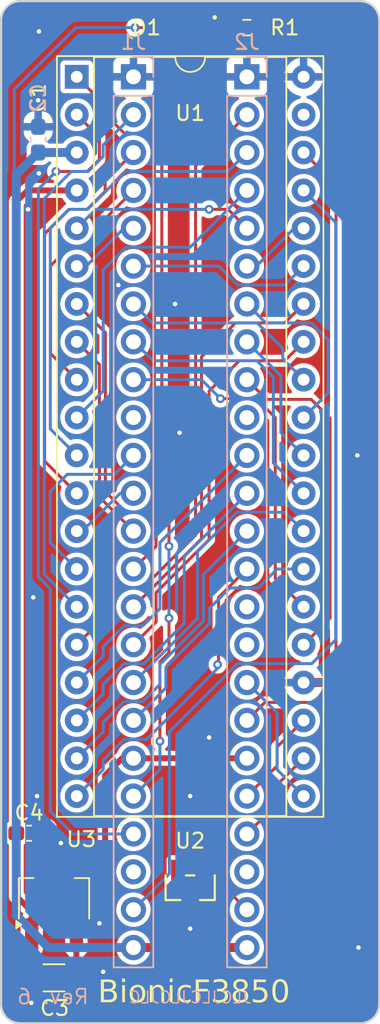
<source format=kicad_pcb>
(kicad_pcb (version 20240108) (generator "pcbnew") (generator_version "8.0")
  (title_block (title "BionicF3850 LDO") (date "2024-12-11") (rev "6") (company "Tadashi G. Takaoka"))
  (layers (0 "F.Cu" signal) (31 "B.Cu" signal) (34 "B.Paste" user) (35 "F.Paste" user) (36 "B.SilkS" user "B.Silkscreen") (37 "F.SilkS" user "F.Silkscreen") (38 "B.Mask" user) (39 "F.Mask" user) (44 "Edge.Cuts" user))
  (net 0 "")
  (net 1 "VCC")
  (net 2 "GND")
  (net 3 "/P53")
  (net 4 "/P26")
  (net 5 "Net-(U1-VGG)")
  (net 6 "/P27")
  (net 7 "/P46")
  (net 9 "+15V")
  (net 10 "/P24")
  (net 11 "/P23")
  (net 12 "/P22")
  (net 13 "/P21")
  (net 14 "/P20")
  (net 15 "/P34")
  (net 17 "/P35")
  (net 18 "/P17")
  (net 19 "/P36")
  (net 20 "/P16")
  (net 21 "/P47")
  (net 22 "/P15")
  (net 23 "/P40")
  (net 24 "/P14")
  (net 25 "/P41")
  (net 26 "/P13")
  (net 27 "/P42")
  (net 28 "/P12")
  (net 29 "/P11")
  (net 30 "/P10")
  (net 31 "/P33")
  (net 32 "/P32")
  (net 33 "/P31")
  (net 34 "/P30")
  (net 35 "/P55")
  (net 36 "/P37")
  (net 37 "/P25")
  (net 38 "/P54")
  (net 39 "/P50")
  (net 40 "/P43")
  (net 42 "/P51")
  (net 43 "Net-(J2-P57)")
  (net 48 "Net-(D1-K)")
  (footprint "Capacitor_SMD:C_1206_3216Metric_Pad1.33x1.80mm_HandSolder" (layer "F.Cu") (at 104.556 135.532 180)
    (property "Reference" "C3" (at -0.0385 -2.032 0) (layer "F.SilkS"))
    (property "Value" "0.33u")
    (fp_line (start -0.711252 0.91) (end 0.711252 0.91) (stroke (width 0.12)) (layer "F.SilkS"))
    (fp_line (start -0.711252 -0.91) (end 0.711252 -0.91) (stroke (width 0.12)) (layer "F.SilkS"))
    (pad "1" smd roundrect (at -1.5625 0 180) (size 1.325 1.8) (layers "F.Cu" "F.Paste" "F.Mask") (roundrect_rratio 0.1886792453) (net 9 "+15V"))
    (pad "2" smd roundrect (at 1.5625 0 180) (size 1.325 1.8) (layers "F.Cu" "F.Paste" "F.Mask") (roundrect_rratio 0.1886792453) (net 2 "GND"))
  )
  (footprint "Capacitor_SMD:C_0603_1608Metric_Pad1.08x0.95mm_HandSolder" (layer "F.Cu") (at 102.8796 125.8292)
    (property "Reference" "C4" (at 0 -1.3716 0) (layer "F.SilkS"))
    (property "Value" "0.1u")
    (fp_line (start -0.146267 -0.51) (end 0.146267 -0.51) (stroke (width 0.12)) (layer "F.SilkS"))
    (fp_line (start -0.146267 0.51) (end 0.146267 0.51) (stroke (width 0.12)) (layer "F.SilkS"))
    (pad "1" smd roundrect (at -0.8625 0) (size 1.075 0.95) (layers "F.Cu" "F.Paste" "F.Mask") (net 5 "Net-(U1-VGG)"))
    (pad "2" smd roundrect (at 0.8625 0) (size 1.075 0.95) (layers "F.Cu" "F.Paste" "F.Mask") (net 2 "GND"))
  )
  (footprint "Capacitor_SMD:C_0603_1608Metric_Pad1.08x0.95mm_HandSolder" (layer "F.Cu") (at 103.4892 79.2964 90)
    (property "Reference" "C1" (at 2.794 0 90) (layer "F.SilkS"))
    (property "Value" "0.1u")
    (fp_line (start -0.146267 -0.51) (end 0.146267 -0.51) (stroke (width 0.12)) (layer "F.SilkS"))
    (fp_line (start -0.146267 0.51) (end 0.146267 0.51) (stroke (width 0.12)) (layer "F.SilkS"))
    (pad "1" smd roundrect (at -0.8625 0 90) (size 1.075 0.95) (layers "F.Cu" "F.Paste" "F.Mask") (net 1 "VCC"))
    (pad "2" smd roundrect (at 0.8625 0 90) (size 1.075 0.95) (layers "F.Cu" "F.Paste" "F.Mask") (net 2 "GND"))
  )
  (footprint "rhom:LED_CSL1901UW1_ROM-M" (layer "F.Cu") (at 113.7 71.778 180)
    (property "Reference" "D1" (at 2.9464 0 0) (layer "F.SilkS"))
    (property "Value" "CSL1901UW1")
    (fp_circle (center -1.651 0.6858) (end -1.5748 0.6858) (stroke (width 0.1524)) (fill none) (layer "F.SilkS"))
    (pad "1" smd rect (at -0.8763 0 180) (size 0.9652 0.762) (layers "F.Cu" "F.Paste" "F.Mask") (net 48 "Net-(D1-K)"))
    (pad "2" smd rect (at 0.8763 0 180) (size 0.9652 0.762) (layers "F.Cu" "F.Paste" "F.Mask") (net 1 "VCC"))
    (zone (net 0) (net_name "") (layer "F.Cu") (connect_pads (clearance 0)) (min_thickness 0.254)
      (keepout (tracks not_allowed) (vias not_allowed) (pads allowed) (copperpour not_allowed) (footprints allowed))
      (fill (thermal_gap 0.508) (thermal_bridge_width 0.508))
      (polygon (pts (xy 114.0429 72.1336) (xy 113.3571 72.1336) (xy 113.3571 71.4224) (xy 114.0429 71.4224)))
    )
  )
  (footprint "Resistor_SMD:R_0603_1608Metric_Pad0.98x0.95mm_HandSolder" (layer "F.Cu") (at 117.51 71.778)
    (property "Reference" "R1" (at 2.54 0 0) (layer "F.SilkS"))
    (property "Value" "1.6k")
    (fp_line (start -0.254724 -0.5225) (end 0.254724 -0.5225) (stroke (width 0.12)) (layer "F.SilkS"))
    (fp_line (start -0.254724 0.5225) (end 0.254724 0.5225) (stroke (width 0.12)) (layer "F.SilkS"))
    (pad "1" smd roundrect (at -0.9125 0) (size 0.975 0.95) (layers "F.Cu" "F.Paste" "F.Mask") (net 48 "Net-(D1-K)"))
    (pad "2" smd roundrect (at 0.9125 0) (size 0.975 0.95) (layers "F.Cu" "F.Paste" "F.Mask") (net 2 "GND"))
  )
  (footprint "bionic:DIP-40_W15.24mm_Socket" (layer "F.Cu") (at 106.08 75.08)
    (property "Reference" "U1" (at 7.62 2.4384 0) (layer "F.SilkS"))
    (property "Value" "F3850")
    (fp_line (start -1.33 -1.39) (end -1.33 49.65) (stroke (width 0.12)) (layer "F.SilkS"))
    (fp_line (start -1.33 49.65) (end 16.57 49.65) (stroke (width 0.12)) (layer "F.SilkS"))
    (fp_line (start 1.16 -1.33) (end 1.16 49.59) (stroke (width 0.12)) (layer "F.SilkS"))
    (fp_line (start 1.16 49.59) (end 14.08 49.59) (stroke (width 0.12)) (layer "F.SilkS"))
    (fp_line (start 6.62 -1.33) (end 1.16 -1.33) (stroke (width 0.12)) (layer "F.SilkS"))
    (fp_line (start 14.08 -1.33) (end 8.62 -1.33) (stroke (width 0.12)) (layer "F.SilkS"))
    (fp_line (start 14.08 49.59) (end 14.08 -1.33) (stroke (width 0.12)) (layer "F.SilkS"))
    (fp_line (start 16.57 -1.39) (end -1.33 -1.39) (stroke (width 0.12)) (layer "F.SilkS"))
    (fp_line (start 16.57 49.65) (end 16.57 -1.39) (stroke (width 0.12)) (layer "F.SilkS"))
    (fp_arc (start 8.62 -1.33) (mid 7.62 -0.33) (end 6.62 -1.33) (stroke (width 0.12)) (layer "F.SilkS"))
    (pad "1" thru_hole rect (at 0 0) (size 1.6 1.6) (drill 0.8) (layers "*.Cu" "*.Mask") (net 39 "/P50"))
    (pad "2" thru_hole oval (at 0 2.54) (size 1.6 1.6) (drill 0.8) (layers "*.Cu" "*.Mask") (net 42 "/P51"))
    (pad "3" thru_hole oval (at 0 5.08) (size 1.6 1.6) (drill 0.8) (layers "*.Cu" "*.Mask") (net 1 "VCC"))
    (pad "4" thru_hole oval (at 0 7.62) (size 1.6 1.6) (drill 0.8) (layers "*.Cu" "*.Mask") (net 5 "Net-(U1-VGG)"))
    (pad "5" thru_hole oval (at 0 10.16) (size 1.6 1.6) (drill 0.8) (layers "*.Cu" "*.Mask") (net 11 "/P23"))
    (pad "6" thru_hole oval (at 0 12.7) (size 1.6 1.6) (drill 0.8) (layers "*.Cu" "*.Mask") (net 26 "/P13"))
    (pad "7" thru_hole oval (at 0 15.24) (size 1.6 1.6) (drill 0.8) (layers "*.Cu" "*.Mask") (net 31 "/P33"))
    (pad "8" thru_hole oval (at 0 17.78) (size 1.6 1.6) (drill 0.8) (layers "*.Cu" "*.Mask") (net 32 "/P32"))
    (pad "9" thru_hole oval (at 0 20.32) (size 1.6 1.6) (drill 0.8) (layers "*.Cu" "*.Mask") (net 28 "/P12"))
    (pad "10" thru_hole oval (at 0 22.86) (size 1.6 1.6) (drill 0.8) (layers "*.Cu" "*.Mask") (net 12 "/P22"))
    (pad "11" thru_hole oval (at 0 25.4) (size 1.6 1.6) (drill 0.8) (layers "*.Cu" "*.Mask") (net 13 "/P21"))
    (pad "12" thru_hole oval (at 0 27.94) (size 1.6 1.6) (drill 0.8) (layers "*.Cu" "*.Mask") (net 29 "/P11"))
    (pad "13" thru_hole oval (at 0 30.48) (size 1.6 1.6) (drill 0.8) (layers "*.Cu" "*.Mask") (net 33 "/P31"))
    (pad "14" thru_hole oval (at 0 33.02) (size 1.6 1.6) (drill 0.8) (layers "*.Cu" "*.Mask") (net 34 "/P30"))
    (pad "15" thru_hole oval (at 0 35.56) (size 1.6 1.6) (drill 0.8) (layers "*.Cu" "*.Mask") (net 30 "/P10"))
    (pad "16" thru_hole oval (at 0 38.1) (size 1.6 1.6) (drill 0.8) (layers "*.Cu" "*.Mask") (net 14 "/P20"))
    (pad "17" thru_hole oval (at 0 40.64) (size 1.6 1.6) (drill 0.8) (layers "*.Cu" "*.Mask") (net 23 "/P40"))
    (pad "18" thru_hole oval (at 0 43.18) (size 1.6 1.6) (drill 0.8) (layers "*.Cu" "*.Mask") (net 25 "/P41"))
    (pad "19" thru_hole oval (at 0 45.72) (size 1.6 1.6) (drill 0.8) (layers "*.Cu" "*.Mask") (net 27 "/P42"))
    (pad "20" thru_hole oval (at 0 48.26) (size 1.6 1.6) (drill 0.8) (layers "*.Cu" "*.Mask") (net 40 "/P43"))
    (pad "21" thru_hole oval (at 15.24 48.26) (size 1.6 1.6) (drill 0.8) (layers "*.Cu" "*.Mask") (net 7 "/P46"))
    (pad "22" thru_hole oval (at 15.24 45.72) (size 1.6 1.6) (drill 0.8) (layers "*.Cu" "*.Mask") (net 35 "/P55"))
    (pad "23" thru_hole oval (at 15.24 43.18) (size 1.6 1.6) (drill 0.8) (layers "*.Cu" "*.Mask") (net 38 "/P54"))
    (pad "24" thru_hole oval (at 15.24 40.64) (size 1.6 1.6) (drill 0.8) (layers "*.Cu" "*.Mask") (net 2 "GND"))
    (pad "25" thru_hole oval (at 15.24 38.1) (size 1.6 1.6) (drill 0.8) (layers "*.Cu" "*.Mask") (net 6 "/P27"))
    (pad "26" thru_hole oval (at 15.24 35.56) (size 1.6 1.6) (drill 0.8) (layers "*.Cu" "*.Mask") (net 18 "/P17"))
    (pad "27" thru_hole oval (at 15.24 33.02) (size 1.6 1.6) (drill 0.8) (layers "*.Cu" "*.Mask") (net 36 "/P37"))
    (pad "28" thru_hole oval (at 15.24 30.48) (size 1.6 1.6) (drill 0.8) (layers "*.Cu" "*.Mask") (net 19 "/P36"))
    (pad "29" thru_hole oval (at 15.24 27.94) (size 1.6 1.6) (drill 0.8) (layers "*.Cu" "*.Mask") (net 20 "/P16"))
    (pad "30" thru_hole oval (at 15.24 25.4) (size 1.6 1.6) (drill 0.8) (layers "*.Cu" "*.Mask") (net 4 "/P26"))
    (pad "31" thru_hole oval (at 15.24 22.86) (size 1.6 1.6) (drill 0.8) (layers "*.Cu" "*.Mask") (net 37 "/P25"))
    (pad "32" thru_hole oval (at 15.24 20.32) (size 1.6 1.6) (drill 0.8) (layers "*.Cu" "*.Mask") (net 22 "/P15"))
    (pad "33" thru_hole oval (at 15.24 17.78) (size 1.6 1.6) (drill 0.8) (layers "*.Cu" "*.Mask") (net 17 "/P35"))
    (pad "34" thru_hole oval (at 15.24 15.24) (size 1.6 1.6) (drill 0.8) (layers "*.Cu" "*.Mask") (net 15 "/P34"))
    (pad "35" thru_hole oval (at 15.24 12.7) (size 1.6 1.6) (drill 0.8) (layers "*.Cu" "*.Mask") (net 24 "/P14"))
    (pad "36" thru_hole oval (at 15.24 10.16) (size 1.6 1.6) (drill 0.8) (layers "*.Cu" "*.Mask") (net 10 "/P24"))
    (pad "37" thru_hole oval (at 15.24 7.62) (size 1.6 1.6) (drill 0.8) (layers "*.Cu" "*.Mask") (net 3 "/P53"))
    (pad "38" thru_hole oval (at 15.24 5.08) (size 1.6 1.6) (drill 0.8) (layers "*.Cu" "*.Mask") (net 21 "/P47"))
    (pad "39" thru_hole oval (at 15.24 2.54) (size 1.6 1.6) (drill 0.8) (layers "*.Cu" "*.Mask"))
    (pad "40" thru_hole oval (at 15.24 0) (size 1.6 1.6) (drill 0.8) (layers "*.Cu" "*.Mask") (net 2 "GND"))
  )
  (footprint "microchip:SOT-23_MC_MCH-M" (layer "F.Cu") (at 113.7 129.486 180)
    (property "Reference" "U2" (at 0 3.1488 0) (layer "F.SilkS"))
    (property "Value" "11AA010-I/TT")
    (fp_line (start 1.652 0.827) (end 1.652 -0.827) (stroke (width 0.1524)) (layer "F.SilkS"))
    (fp_line (start 1.652 -0.827) (end 0.66294 -0.827) (stroke (width 0.1524)) (layer "F.SilkS"))
    (fp_line (start -0.287061 0.827) (end 0.287061 0.827) (stroke (width 0.1524)) (layer "F.SilkS"))
    (fp_line (start -0.66294 -0.827) (end -1.652 -0.827) (stroke (width 0.1524)) (layer "F.SilkS"))
    (fp_line (start -1.652 -0.827) (end -1.652 0.827) (stroke (width 0.1524)) (layer "F.SilkS"))
    (pad "1" smd rect (at -0.950001 1.066 180) (size 0.6604 1.6256) (layers "F.Cu" "F.Paste" "F.Mask") (net 43 "Net-(J2-P57)"))
    (pad "2" smd rect (at 0.950001 1.066 180) (size 0.6604 1.6256) (layers "F.Cu" "F.Paste" "F.Mask") (net 1 "VCC"))
    (pad "3" smd rect (at 0 -1.066 180) (size 0.6604 1.6256) (layers "F.Cu" "F.Paste" "F.Mask") (net 2 "GND"))
  )
  (footprint "Package_TO_SOT_SMD:SOT-89-3_Handsoldering" (layer "F.Cu") (at 104.556 130.198 90)
    (property "Reference" "U3" (at 3.9624 1.8288 180) (layer "F.SilkS"))
    (property "Value" "LM78L12")
    (fp_line (start -1.22 -2.36) (end 1.36 -2.36) (stroke (width 0.12)) (layer "F.SilkS"))
    (fp_line (start -1.36 -2.36) (end 1.36 -2.36) (stroke (width 0.12)) (layer "F.SilkS"))
    (fp_line (start 1.36 -1.38) (end 1.36 -2.36) (stroke (width 0.12)) (layer "F.SilkS"))
    (fp_line (start 1.36 1.38) (end 1.36 2.36) (stroke (width 0.12)) (layer "F.SilkS"))
    (fp_line (start 1.36 2.36) (end -1.36 2.36) (stroke (width 0.12)) (layer "F.SilkS"))
    (fp_poly (pts (xy -1.77 -2.21) (xy -2.01 -2.54) (xy -1.53 -2.54) (xy -1.77 -2.21)) (stroke (width 0.12)) (fill solid) (layer "F.SilkS"))
    (pad "1" smd roundrect (at -2.45 -1.5 90) (size 2.3 0.9) (layers "F.Cu" "F.Paste" "F.Mask") (net 5 "Net-(U1-VGG)"))
    (pad "2" smd custom (at -2.3625 0 90) (size 2.475 0.9) (layers "F.Cu" "F.Paste" "F.Mask") (net 2 "GND") (options (clearance outline) (anchor rect)) (primitives (gr_poly (pts (xy 5.3625 0.8665) (xy 1.2375 0.8665) (xy 1.2375 -0.8665) (xy 5.3625 -0.8665)) (width 0) (fill yes))))
    (pad "3" smd roundrect (at -2.45 1.5 90) (size 2.3 0.9) (layers "F.Cu" "F.Paste" "F.Mask") (net 9 "+15V"))
  )
  (footprint "Capacitor_SMD:C_0603_1608Metric_Pad1.08x0.95mm_HandSolder" (layer "B.Cu") (at 103.4892 79.2964 90)
    (property "Reference" "C2" (at 2.794 0 90) (layer "B.SilkS") (effects (justify mirror)))
    (property "Value" "22u")
    (fp_line (start 0.146267 -0.51) (end -0.146267 -0.51) (stroke (width 0.12)) (layer "B.SilkS"))
    (fp_line (start 0.146267 0.51) (end -0.146267 0.51) (stroke (width 0.12)) (layer "B.SilkS"))
    (pad "1" smd roundrect (at -0.8625 0 90) (size 1.075 0.95) (layers "B.Cu" "B.Paste" "B.Mask") (net 1 "VCC"))
    (pad "2" smd roundrect (at 0.8625 0 90) (size 1.075 0.95) (layers "B.Cu" "B.Paste" "B.Mask") (net 2 "GND"))
  )
  (footprint "connector:Bionic-P135_Vertical" (layer "B.Cu") (at 109.89 75.08 180)
    (property "Reference" "J1" (at 0 2.33 0) (layer "B.SilkS") (effects (justify mirror)))
    (property "Value" "Bionic-P135")
    (fp_line (start 1.33 -1.27) (end -1.33 -1.27) (stroke (width 0.12)) (layer "B.SilkS"))
    (fp_line (start 1.33 -59.75) (end 1.33 -1.27) (stroke (width 0.12)) (layer "B.SilkS"))
    (fp_line (start 1.33 -59.75) (end -1.33 -59.75) (stroke (width 0.12)) (layer "B.SilkS"))
    (fp_line (start 0 1.33) (end -1.33 1.33) (stroke (width 0.12)) (layer "B.SilkS"))
    (fp_line (start -1.33 1.33) (end -1.33 0) (stroke (width 0.12)) (layer "B.SilkS"))
    (fp_line (start -1.33 -59.75) (end -1.33 -1.27) (stroke (width 0.12)) (layer "B.SilkS"))
    (pad "1" thru_hole rect (at 0 0 180) (size 1.7 1.7) (drill 1) (layers "*.Cu" "*.Mask") (net 2 "GND"))
    (pad "2" thru_hole oval (at 0 -2.54 180) (size 1.7 1.7) (drill 1) (layers "*.Cu" "*.Mask") (net 30 "/P10"))
    (pad "3" thru_hole oval (at 0 -5.08 180) (size 1.7 1.7) (drill 1) (layers "*.Cu" "*.Mask") (net 29 "/P11"))
    (pad "4" thru_hole oval (at 0 -7.62 180) (size 1.7 1.7) (drill 1) (layers "*.Cu" "*.Mask") (net 28 "/P12"))
    (pad "5" thru_hole oval (at 0 -10.16 180) (size 1.7 1.7) (drill 1) (layers "*.Cu" "*.Mask") (net 26 "/P13"))
    (pad "6" thru_hole oval (at 0 -12.7 180) (size 1.7 1.7) (drill 1) (layers "*.Cu" "*.Mask") (net 24 "/P14"))
    (pad "7" thru_hole oval (at 0 -15.24 180) (size 1.7 1.7) (drill 1) (layers "*.Cu" "*.Mask") (net 22 "/P15"))
    (pad "8" thru_hole oval (at 0 -17.78 180) (size 1.7 1.7) (drill 1) (layers "*.Cu" "*.Mask") (net 20 "/P16"))
    (pad "9" thru_hole oval (at 0 -20.32 180) (size 1.7 1.7) (drill 1) (layers "*.Cu" "*.Mask") (net 18 "/P17"))
    (pad "10" thru_hole oval (at 0 -22.86 180) (size 1.7 1.7) (drill 1) (layers "*.Cu" "*.Mask"))
    (pad "11" thru_hole oval (at 0 -25.4 180) (size 1.7 1.7) (drill 1) (layers "*.Cu" "*.Mask") (net 34 "/P30"))
    (pad "12" thru_hole oval (at 0 -27.94 180) (size 1.7 1.7) (drill 1) (layers "*.Cu" "*.Mask") (net 33 "/P31"))
    (pad "13" thru_hole oval (at 0 -30.48 180) (size 1.7 1.7) (drill 1) (layers "*.Cu" "*.Mask") (net 32 "/P32"))
    (pad "14" thru_hole oval (at 0 -33.02 180) (size 1.7 1.7) (drill 1) (layers "*.Cu" "*.Mask") (net 31 "/P33"))
    (pad "15" thru_hole oval (at 0 -35.56 180) (size 1.7 1.7) (drill 1) (layers "*.Cu" "*.Mask") (net 15 "/P34"))
    (pad "16" thru_hole oval (at 0 -38.1 180) (size 1.7 1.7) (drill 1) (layers "*.Cu" "*.Mask") (net 17 "/P35"))
    (pad "17" thru_hole oval (at 0 -40.64 180) (size 1.7 1.7) (drill 1) (layers "*.Cu" "*.Mask") (net 19 "/P36"))
    (pad "18" thru_hole oval (at 0 -43.18 180) (size 1.7 1.7) (drill 1) (layers "*.Cu" "*.Mask") (net 36 "/P37"))
    (pad "19" thru_hole oval (at 0 -45.72 180) (size 1.7 1.7) (drill 1) (layers "*.Cu" "*.Mask") (net 9 "+15V"))
    (pad "20" thru_hole oval (at 0 -48.26 180) (size 1.7 1.7) (drill 1) (layers "*.Cu" "*.Mask") (net 39 "/P50"))
    (pad "21" thru_hole oval (at 0 -50.8 180) (size 1.7 1.7) (drill 1) (layers "*.Cu" "*.Mask") (net 42 "/P51"))
    (pad "22" thru_hole oval (at 0 -53.34 180) (size 1.7 1.7) (drill 1) (layers "*.Cu" "*.Mask"))
    (pad "23" thru_hole oval (at 0 -55.88 180) (size 1.7 1.7) (drill 1) (layers "*.Cu" "*.Mask") (net 3 "/P53"))
    (pad "24" thru_hole oval (at 0 -58.42 180) (size 1.7 1.7) (drill 1) (layers "*.Cu" "*.Mask") (net 1 "VCC"))
  )
  (footprint "connector:Bionic-P245_Vertical" (layer "B.Cu") (at 117.51 75.08 180)
    (property "Reference" "J2" (at 0 2.33 0) (layer "B.SilkS") (effects (justify mirror)))
    (property "Value" "Bionic-P245")
    (fp_line (start 1.33 -1.27) (end -1.33 -1.27) (stroke (width 0.12)) (layer "B.SilkS"))
    (fp_line (start 1.33 -59.75) (end 1.33 -1.27) (stroke (width 0.12)) (layer "B.SilkS"))
    (fp_line (start 1.33 -59.75) (end -1.33 -59.75) (stroke (width 0.12)) (layer "B.SilkS"))
    (fp_line (start 0 1.33) (end -1.33 1.33) (stroke (width 0.12)) (layer "B.SilkS"))
    (fp_line (start -1.33 1.33) (end -1.33 0) (stroke (width 0.12)) (layer "B.SilkS"))
    (fp_line (start -1.33 -59.75) (end -1.33 -1.27) (stroke (width 0.12)) (layer "B.SilkS"))
    (pad "25" thru_hole oval (at 0 -58.42 180) (size 1.7 1.7) (drill 1) (layers "*.Cu" "*.Mask") (net 1 "VCC"))
    (pad "26" thru_hole oval (at 0 -55.88 180) (size 1.7 1.7) (drill 1) (layers "*.Cu" "*.Mask") (net 43 "Net-(J2-P57)"))
    (pad "27" thru_hole oval (at 0 -53.34 180) (size 1.7 1.7) (drill 1) (layers "*.Cu" "*.Mask"))
    (pad "28" thru_hole oval (at 0 -50.8 180) (size 1.7 1.7) (drill 1) (layers "*.Cu" "*.Mask") (net 35 "/P55"))
    (pad "29" thru_hole oval (at 0 -48.26 180) (size 1.7 1.7) (drill 1) (layers "*.Cu" "*.Mask") (net 38 "/P54"))
    (pad "30" thru_hole oval (at 0 -45.72 180) (size 1.7 1.7) (drill 1) (layers "*.Cu" "*.Mask") (net 9 "+15V"))
    (pad "31" thru_hole oval (at 0 -43.18 180) (size 1.7 1.7) (drill 1) (layers "*.Cu" "*.Mask") (net 21 "/P47"))
    (pad "32" thru_hole oval (at 0 -40.64 180) (size 1.7 1.7) (drill 1) (layers "*.Cu" "*.Mask") (net 7 "/P46"))
    (pad "33" thru_hole oval (at 0 -38.1 180) (size 1.7 1.7) (drill 1) (layers "*.Cu" "*.Mask"))
    (pad "34" thru_hole oval (at 0 -35.56 180) (size 1.7 1.7) (drill 1) (layers "*.Cu" "*.Mask"))
    (pad "35" thru_hole oval (at 0 -33.02 180) (size 1.7 1.7) (drill 1) (layers "*.Cu" "*.Mask") (net 40 "/P43"))
    (pad "36" thru_hole oval (at 0 -30.48 180) (size 1.7 1.7) (drill 1) (layers "*.Cu" "*.Mask") (net 27 "/P42"))
    (pad "37" thru_hole oval (at 0 -27.94 180) (size 1.7 1.7) (drill 1) (layers "*.Cu" "*.Mask") (net 25 "/P41"))
    (pad "38" thru_hole oval (at 0 -25.4 180) (size 1.7 1.7) (drill 1) (layers "*.Cu" "*.Mask") (net 23 "/P40"))
    (pad "39" thru_hole oval (at 0 -22.86 180) (size 1.7 1.7) (drill 1) (layers "*.Cu" "*.Mask"))
    (pad "40" thru_hole oval (at 0 -20.32 180) (size 1.7 1.7) (drill 1) (layers "*.Cu" "*.Mask") (net 6 "/P27"))
    (pad "41" thru_hole oval (at 0 -17.78 180) (size 1.7 1.7) (drill 1) (layers "*.Cu" "*.Mask") (net 4 "/P26"))
    (pad "42" thru_hole oval (at 0 -15.24 180) (size 1.7 1.7) (drill 1) (layers "*.Cu" "*.Mask") (net 37 "/P25"))
    (pad "43" thru_hole oval (at 0 -12.7 180) (size 1.7 1.7) (drill 1) (layers "*.Cu" "*.Mask") (net 10 "/P24"))
    (pad "44" thru_hole oval (at 0 -10.16 180) (size 1.7 1.7) (drill 1) (layers "*.Cu" "*.Mask") (net 11 "/P23"))
    (pad "45" thru_hole oval (at 0 -7.62 180) (size 1.7 1.7) (drill 1) (layers "*.Cu" "*.Mask") (net 12 "/P22"))
    (pad "46" thru_hole oval (at 0 -5.08 180) (size 1.7 1.7) (drill 1) (layers "*.Cu" "*.Mask") (net 13 "/P21"))
    (pad "47" thru_hole oval (at 0 -2.54 180) (size 1.7 1.7) (drill 1) (layers "*.Cu" "*.Mask") (net 14 "/P20"))
    (pad "48" thru_hole rect (at 0 0 180) (size 1.7 1.7) (drill 1) (layers "*.Cu" "*.Mask") (net 2 "GND"))
  )
  (gr_arc (start 126.4 137.31) (mid 126.028026 138.208026) (end 125.13 138.58) (stroke (width 0.15)) (layer "Edge.Cuts"))
  (gr_line (start 101 71.27) (end 101 137.31) (stroke (width 0.15)) (layer "Edge.Cuts"))
  (gr_arc (start 102.27 138.58) (mid 101.371974 138.208026) (end 101 137.31) (stroke (width 0.15)) (layer "Edge.Cuts"))
  (gr_arc (start 125.13 70) (mid 126.028026 70.371974) (end 126.4 71.27) (stroke (width 0.15)) (layer "Edge.Cuts"))
  (gr_line (start 102.27 138.58) (end 125.13 138.58) (stroke (width 0.15)) (layer "Edge.Cuts"))
  (gr_arc (start 101 71.27) (mid 101.371974 70.371974) (end 102.27 70) (stroke (width 0.15)) (layer "Edge.Cuts"))
  (gr_line (start 126.4 137.31) (end 126.4 71.27) (stroke (width 0.15)) (layer "Edge.Cuts"))
  (gr_line (start 125.13 70) (end 102.27 70) (stroke (width 0.15)) (layer "Edge.Cuts"))
  (gr_text "JLCJLCJLCJLC" (at 113.7 137.31 0) (layer "B.SilkS") (effects (font (size 0.8 0.8)) (justify bottom mirror)))
  (gr_text "Rev. 6\n" (at 106.969 136.802 0) (layer "B.SilkS") (effects (font (size 1 1)) (justify left mirror)))
  (gr_text "BionicF3850" (at 113.954 136.548 0) (layer "F.SilkS") (effects (font (size 1.5 1.5))))
  (segment (start 112.9253 71.778) (end 109.9916 71.778) (width 0.2) (layer "F.Cu") (net 1))
  (segment (start 117.51 133.5) (end 109.89 133.5) (width 0.6) (layer "F.Cu") (net 1))
  (segment (start 112.749999 133.484801) (end 112.7348 133.5) (width 0.2) (layer "F.Cu") (net 1))
  (segment (start 109.9916 71.778) (end 109.9408 71.778) (width 0.2) (layer "F.Cu") (net 1))
  (segment (start 103.4892 80.1589) (end 106.0789 80.1589) (width 0.6) (layer "F.Cu") (net 1))
  (segment (start 106.0789 80.1589) (end 106.08 80.16) (width 0.8) (layer "F.Cu") (net 1))
  (segment (start 112.749999 128.42) (end 112.749999 133.484801) (width 0.2) (layer "F.Cu") (net 1))
  (via (at 109.9916 71.778) (size 0.6) (drill 0.3) (layers "F.Cu" "B.Cu") (net 1))
  (segment (start 101.889 75.9182) (end 106.0292 71.778) (width 0.2) (layer "B.Cu") (net 1))
  (segment (start 103.6935 80.16) (end 103.54 80.0065) (width 0.2) (layer "B.Cu") (net 1))
  (segment (start 104.175 133.5) (end 109.89 133.5) (width 0.6) (layer "B.Cu") (net 1))
  (segment (start 102.016 81.6321) (end 102.016 131.341) (width 0.6) (layer "B.Cu") (net 1))
  (segment (start 103.4892 80.1589) (end 102.016 81.6321) (width 0.6) (layer "B.Cu") (net 1))
  (segment (start 103.4903 80.16) (end 103.4892 80.1589) (width 0.8) (layer "B.Cu") (net 1))
  (segment (start 106.0292 71.778) (end 109.9916 71.778) (width 0.2) (layer "B.Cu") (net 1))
  (segment (start 102.016 131.341) (end 104.175 133.5) (width 0.6) (layer "B.Cu") (net 1))
  (segment (start 101.889 81.5051) (end 101.889 75.9182) (width 0.2) (layer "B.Cu") (net 1))
  (segment (start 102.016 81.6321) (end 101.889 81.5051) (width 0.2) (layer "B.Cu") (net 1))
  (segment (start 106.08 80.16) (end 103.4903 80.16) (width 0.6) (layer "B.Cu") (net 1))
  (segment (start 121.32 115.72) (end 122.717 115.72) (width 0.6) (layer "F.Cu") (net 2))
  (via (at 103.413 123.34) (size 0.6) (drill 0.3) (layers "F.Cu" "B.Cu") (net 2))
  (via (at 108.874 89.05) (size 0.6) (drill 0.3) (layers "F.Cu" "B.Cu") (net 2))
  (via (at 107.604 131.8744) (size 0.6) (drill 0.3) (layers "F.Cu" "B.Cu") (net 2))
  (via (at 103.54 72.032) (size 0.6) (drill 0.3) (layers "F.Cu" "B.Cu") (net 2))
  (via (at 103.4892 76.6548) (size 0.6) (drill 0.3) (layers "F.Cu" "B.Cu") (net 2))
  (via (at 124.9268 100.48) (size 0.6) (drill 0.3) (layers "F.Cu" "B.Cu") (net 2))
  (via (at 125.003 133.5) (size 0.6) (drill 0.3) (layers "F.Cu" "B.Cu") (net 2))
  (via (at 102.816 83.97) (size 0.6) (drill 0.3) (layers "F.Cu" "B.Cu") (net 2))
  (via (at 113.7 123.34) (size 0.6) (drill 0.3) (layers "F.Cu" "B.Cu") (net 2))
  (via (at 107.858 135.1256) (size 0.6) (drill 0.3) (layers "F.Cu" "B.Cu") (net 2))
  (via (at 112.684 90.32) (size 0.6) (drill 0.3) (layers "F.Cu" "B.Cu") (net 2))
  (via (at 103.54 81.557) (size 0.6) (drill 0.3) (layers "F.Cu" "B.Cu") (net 2))
  (via (at 113.7 132.23) (size 0.6) (drill 0.3) (layers "F.Cu" "B.Cu") (net 2))
  (via (at 114.97 119.403) (size 0.6) (drill 0.3) (layers "F.Cu" "B.Cu") (net 2))
  (via (at 103.032 137.2084) (size 0.6) (drill 0.3) (layers "F.Cu" "B.Cu") (net 2))
  (via (at 105.0132 126.4896) (size 0.6) (drill 0.3) (layers "F.Cu" "B.Cu") (net 2))
  (via (at 112.9888 98.956) (size 0.6) (drill 0.3) (layers "F.Cu" "B.Cu") (net 2))
  (via (at 103.159 110.005) (size 0.6) (drill 0.3) (layers "F.Cu" "B.Cu") (net 2))
  (segment (start 123.479 112.84045) (end 123.479 84.859) (width 0.2) (layer "B.Cu") (net 3))
  (segment (start 112.303 119.022) (end 116.875 114.45) (width 0.2) (layer "B.Cu") (net 3))
  (segment (start 121.86945 114.45) (end 123.479 112.84045) (width 0.2) (layer "B.Cu") (net 3))
  (segment (start 109.89 130.96) (end 112.303 128.547) (width 0.2) (layer "B.Cu") (net 3))
  (segment (start 123.479 84.859) (end 121.32 82.7) (width 0.2) (layer "B.Cu") (net 3))
  (segment (start 112.303 128.547) (end 112.303 119.022) (width 0.2) (layer "B.Cu") (net 3))
  (segment (start 116.875 114.45) (end 121.86945 114.45) (width 0.2) (layer "B.Cu") (net 3))
  (segment (start 121.32 100.48) (end 119.796 98.956) (width 0.2) (layer "B.Cu") (net 4))
  (segment (start 119.796 95.146) (end 117.51 92.86) (width 0.2) (layer "B.Cu") (net 4))
  (segment (start 119.796 98.956) (end 119.796 95.146) (width 0.2) (layer "B.Cu") (net 4))
  (segment (start 103.056 131.0856) (end 102.016 130.0456) (width 0.4) (layer "F.Cu") (net 5))
  (segment (start 102.016 83.462) (end 102.778 82.7) (width 0.4) (layer "F.Cu") (net 5))
  (segment (start 102.778 82.7) (end 106.08 82.7) (width 0.4) (layer "F.Cu") (net 5))
  (segment (start 102.016 130.0456) (end 102.016 83.462) (width 0.4) (layer "F.Cu") (net 5))
  (segment (start 103.056 132.648) (end 103.056 131.0856) (width 0.4) (layer "F.Cu") (net 5))
  (segment (start 121.32 113.18) (end 123.098 111.402) (width 0.2) (layer "F.Cu") (net 6))
  (segment (start 123.098 97.9908) (end 121.828 96.7208) (width 0.2) (layer "F.Cu") (net 6))
  (segment (start 123.098 111.402) (end 123.098 97.9908) (width 0.2) (layer "F.Cu") (net 6))
  (segment (start 121.828 96.7208) (end 118.8308 96.7208) (width 0.2) (layer "F.Cu") (net 6))
  (segment (start 118.8308 96.7208) (end 117.51 95.4) (width 0.2) (layer "F.Cu") (net 6))
  (segment (start 119.542 117.752) (end 119.542 121.562) (width 0.2) (layer "B.Cu") (net 7))
  (segment (start 119.542 121.562) (end 121.32 123.34) (width 0.2) (layer "B.Cu") (net 7))
  (segment (start 117.51 115.72) (end 119.542 117.752) (width 0.2) (layer "B.Cu") (net 7))
  (segment (start 109.89 120.8) (end 109.128 120.8) (width 0.4) (layer "F.Cu") (net 9))
  (segment (start 117.51 120.8) (end 109.89 120.8) (width 0.4) (layer "F.Cu") (net 9))
  (segment (start 109.128 120.8) (end 107.985 121.943) (width 0.4) (layer "F.Cu") (net 9))
  (segment (start 106.056 131.0856) (end 106.056 135.4695) (width 0.4) (layer "F.Cu") (net 9))
  (segment (start 107.985 129.1566) (end 106.056 131.0856) (width 0.4) (layer "F.Cu") (net 9))
  (segment (start 107.985 121.943) (end 107.985 129.1566) (width 0.4) (layer "F.Cu") (net 9))
  (segment (start 117.51 87.78) (end 118.145 87.78) (width 0.2) (layer "B.Cu") (net 10))
  (segment (start 118.145 87.78) (end 120.685 85.24) (width 0.2) (layer "B.Cu") (net 10))
  (segment (start 120.685 85.24) (end 121.32 85.24) (width 0.2) (layer "B.Cu") (net 10))
  (segment (start 116.24 83.97) (end 117.51 85.24) (width 0.2) (layer "F.Cu") (net 11))
  (segment (start 114.97 83.97) (end 116.24 83.97) (width 0.2) (layer "F.Cu") (net 11))
  (via (at 114.97 83.97) (size 0.6) (drill 0.3) (layers "F.Cu" "B.Cu") (net 11))
  (segment (start 106.95 84.37) (end 106.08 85.24) (width 0.2) (layer "B.Cu") (net 11))
  (segment (start 107.374336 83.97) (end 106.974336 84.37) (width 0.2) (layer "B.Cu") (net 11))
  (segment (start 114.97 83.97) (end 107.374336 83.97) (width 0.2) (layer "B.Cu") (net 11))
  (segment (start 106.974336 84.37) (end 106.95 84.37) (width 0.2) (layer "B.Cu") (net 11))
  (segment (start 113.7 86.51) (end 109.382 86.51) (width 0.2) (layer "B.Cu") (net 12))
  (segment (start 109.382 86.51) (end 107.858 88.034) (width 0.2) (layer "B.Cu") (net 12))
  (segment (start 107.858 88.034) (end 107.858 96.162) (width 0.2) (layer "B.Cu") (net 12))
  (segment (start 117.51 82.7) (end 113.7 86.51) (width 0.2) (layer "B.Cu") (net 12))
  (segment (start 107.858 96.162) (end 106.08 97.94) (width 0.2) (layer "B.Cu") (net 12))
  (segment (start 107.225325 83.57) (end 107.20865 83.57) (width 0.2) (layer "B.Cu") (net 13))
  (segment (start 104.302 98.702) (end 106.08 100.48) (width 0.2) (layer "B.Cu") (net 13))
  (segment (start 109.365325 81.43) (end 107.225325 83.57) (width 0.2) (layer "B.Cu") (net 13))
  (segment (start 107.20865 83.57) (end 106.80865 83.97) (width 0.2) (layer "B.Cu") (net 13))
  (segment (start 116.24 81.43) (end 109.365325 81.43) (width 0.2) (layer "B.Cu") (net 13))
  (segment (start 106.80865 83.97) (end 105.5501 83.97) (width 0.2) (layer "B.Cu") (net 13))
  (segment (start 105.5501 83.97) (end 104.302 85.2181) (width 0.2) (layer "B.Cu") (net 13))
  (segment (start 117.51 80.16) (end 116.24 81.43) (width 0.2) (layer "B.Cu") (net 13))
  (segment (start 104.302 85.2181) (end 104.302 98.702) (width 0.2) (layer "B.Cu") (net 13))
  (segment (start 114.062 81.068) (end 114.062 105.833) (width 0.2) (layer "F.Cu") (net 14))
  (segment (start 109.330827 109.37) (end 107.858 110.842827) (width 0.2) (layer "F.Cu") (net 14))
  (segment (start 107.858 110.842827) (end 107.858 111.402) (width 0.2) (layer "F.Cu") (net 14))
  (segment (start 114.062 105.833) (end 110.525 109.37) (width 0.2) (layer "F.Cu") (net 14))
  (segment (start 107.858 111.402) (end 106.08 113.18) (width 0.2) (layer "F.Cu") (net 14))
  (segment (start 110.525 109.37) (end 109.330827 109.37) (width 0.2) (layer "F.Cu") (net 14))
  (segment (start 117.51 77.62) (end 114.062 81.068) (width 0.2) (layer "F.Cu") (net 14))
  (segment (start 121.32 90.32) (end 120.05 91.59) (width 0.2) (layer "F.Cu") (net 15))
  (segment (start 114.462 106.068) (end 109.89 110.64) (width 0.2) (layer "F.Cu") (net 15))
  (segment (start 116.748 91.59) (end 114.462 93.876) (width 0.2) (layer "F.Cu") (net 15))
  (segment (start 114.462 93.876) (end 114.462 106.068) (width 0.2) (layer "F.Cu") (net 15))
  (segment (start 120.05 91.59) (end 116.748 91.59) (width 0.2) (layer "F.Cu") (net 15))
  (segment (start 111.414 111.656) (end 109.89 113.18) (width 0.2) (layer "F.Cu") (net 17))
  (segment (start 114.97 106.125686) (end 111.414 109.681686) (width 0.2) (layer "F.Cu") (net 17))
  (segment (start 121.32 93.4573) (end 121.32 92.86) (width 0.2) (layer "F.Cu") (net 17))
  (segment (start 111.414 109.681686) (end 111.414 111.656) (width 0.2) (layer "F.Cu") (net 17))
  (segment (start 117.002 94.13) (end 114.97 96.162) (width 0.2) (layer "F.Cu") (net 17))
  (segment (start 120.05 94.13) (end 117.002 94.13) (width 0.2) (layer "F.Cu") (net 17))
  (segment (start 121.32 92.86) (end 120.05 94.13) (width 0.2) (layer "F.Cu") (net 17))
  (segment (start 114.97 96.162) (end 114.97 106.125686) (width 0.2) (layer "F.Cu") (net 17))
  (segment (start 119.415 97.94) (end 119.415 108.735) (width 0.2) (layer "F.Cu") (net 18))
  (segment (start 118.145 96.67) (end 119.415 97.94) (width 0.2) (layer "F.Cu") (net 18))
  (segment (start 115.732 96.67) (end 118.145 96.67) (width 0.2) (layer "F.Cu") (net 18))
  (segment (start 119.415 108.735) (end 121.32 110.64) (width 0.2) (layer "F.Cu") (net 18))
  (via (at 115.732 96.67) (size 0.6) (drill 0.3) (layers "F.Cu" "B.Cu") (net 18))
  (segment (start 114.462 95.4) (end 109.89 95.4) (width 0.2) (layer "B.Cu") (net 18))
  (segment (start 115.732 96.67) (end 114.462 95.4) (width 0.2) (layer "B.Cu") (net 18))
  (segment (start 114.1933 106.937043) (end 116.840343 104.29) (width 0.2) (layer "B.Cu") (net 19))
  (segment (start 116.840343 104.29) (end 120.05 104.29) (width 0.2) (layer "B.Cu") (net 19))
  (segment (start 114.1933 111.4167) (end 114.1933 106.937043) (width 0.2) (layer "B.Cu") (net 19))
  (segment (start 109.89 115.72) (end 114.1933 111.4167) (width 0.2) (layer "B.Cu") (net 19))
  (segment (start 120.05 104.29) (end 121.32 105.56) (width 0.2) (layer "B.Cu") (net 19))
  (segment (start 111.2108 94.13) (end 109.9408 92.86) (width 0.2) (layer "B.Cu") (net 20))
  (segment (start 109.9408 92.86) (end 109.89 92.86) (width 0.2) (layer "B.Cu") (net 20))
  (segment (start 119.288 100.988) (end 119.288 95.2329) (width 0.2) (layer "B.Cu") (net 20))
  (segment (start 118.1851 94.13) (end 111.2108 94.13) (width 0.2) (layer "B.Cu") (net 20))
  (segment (start 119.288 95.2329) (end 118.1851 94.13) (width 0.2) (layer "B.Cu") (net 20))
  (segment (start 121.32 103.02) (end 119.288 100.988) (width 0.2) (layer "B.Cu") (net 20))
  (segment (start 117.51 118.26) (end 118.7165 117.0535) (width 0.2) (layer "F.Cu") (net 21))
  (segment (start 122.3995 117.0535) (end 123.498 115.955) (width 0.2) (layer "F.Cu") (net 21))
  (segment (start 123.498 82.338) (end 121.32 80.16) (width 0.2) (layer "F.Cu") (net 21))
  (segment (start 123.498 115.955) (end 123.498 82.338) (width 0.2) (layer "F.Cu") (net 21))
  (segment (start 118.7165 117.0535) (end 122.3995 117.0535) (width 0.2) (layer "F.Cu") (net 21))
  (segment (start 118.2085 91.59) (end 119.923 93.3045) (width 0.2) (layer "B.Cu") (net 22))
  (segment (start 109.89 90.32) (end 111.16 91.59) (width 0.2) (layer "B.Cu") (net 22))
  (segment (start 119.923 94.003) (end 121.32 95.4) (width 0.2) (layer "B.Cu") (net 22))
  (segment (start 119.923 93.3045) (end 119.923 94.003) (width 0.2) (layer "B.Cu") (net 22))
  (segment (start 111.16 91.59) (end 118.2085 91.59) (width 0.2) (layer "B.Cu") (net 22))
  (segment (start 109.255 111.91) (end 107.858 113.307) (width 0.2) (layer "B.Cu") (net 23))
  (segment (start 117.51 100.48) (end 111.668 106.322) (width 0.2) (layer "B.Cu") (net 23))
  (segment (start 107.858 113.307) (end 107.858 113.942) (width 0.2) (layer "B.Cu") (net 23))
  (segment (start 107.858 113.942) (end 106.08 115.72) (width 0.2) (layer "B.Cu") (net 23))
  (segment (start 110.525 111.91) (end 109.255 111.91) (width 0.2) (layer "B.Cu") (net 23))
  (segment (start 111.668 110.767) (end 110.525 111.91) (width 0.2) (layer "B.Cu") (net 23))
  (segment (start 111.668 106.322) (end 111.668 110.767) (width 0.2) (layer "B.Cu") (net 23))
  (segment (start 109.89 87.78) (end 115.6304 87.78) (width 0.2) (layer "B.Cu") (net 24))
  (segment (start 120.05 89.05) (end 121.32 87.78) (width 0.2) (layer "B.Cu") (net 24))
  (segment (start 116.9004 89.05) (end 120.05 89.05) (width 0.2) (layer "B.Cu") (net 24))
  (segment (start 115.6304 87.78) (end 116.9004 89.05) (width 0.2) (layer "B.Cu") (net 24))
  (segment (start 113.2981 111.746214) (end 113.2981 107.266557) (width 0.2) (layer "B.Cu") (net 25))
  (segment (start 117.51 103.054657) (end 117.51 103.02) (width 0.2) (layer "B.Cu") (net 25))
  (segment (start 107.858 116.482) (end 107.858 115.847) (width 0.2) (layer "B.Cu") (net 25))
  (segment (start 113.2981 107.266557) (end 117.51 103.054657) (width 0.2) (layer "B.Cu") (net 25))
  (segment (start 106.08 118.26) (end 107.858 116.482) (width 0.2) (layer "B.Cu") (net 25))
  (segment (start 107.858 115.847) (end 109.255 114.45) (width 0.2) (layer "B.Cu") (net 25))
  (segment (start 109.255 114.45) (end 110.594314 114.45) (width 0.2) (layer "B.Cu") (net 25))
  (segment (start 110.594314 114.45) (end 113.2981 111.746214) (width 0.2) (layer "B.Cu") (net 25))
  (segment (start 106.715 87.78) (end 106.08 87.78) (width 0.2) (layer "B.Cu") (net 26))
  (segment (start 109.89 85.24) (end 109.255 85.24) (width 0.2) (layer "B.Cu") (net 26))
  (segment (start 109.255 85.24) (end 106.715 87.78) (width 0.2) (layer "B.Cu") (net 26))
  (segment (start 114.5933 111.582386) (end 114.5933 108.4767) (width 0.2) (layer "B.Cu") (net 27))
  (segment (start 111.668 114.507686) (end 114.5933 111.582386) (width 0.2) (layer "B.Cu") (net 27))
  (segment (start 106.08 120.8) (end 107.858 119.022) (width 0.2) (layer "B.Cu") (net 27))
  (segment (start 110.525 116.99) (end 111.668 115.847) (width 0.2) (layer "B.Cu") (net 27))
  (segment (start 107.858 119.022) (end 107.858 118.387) (width 0.2) (layer "B.Cu") (net 27))
  (segment (start 114.5933 108.4767) (end 117.51 105.56) (width 0.2) (layer "B.Cu") (net 27))
  (segment (start 111.668 115.847) (end 111.668 114.507686) (width 0.2) (layer "B.Cu") (net 27))
  (segment (start 109.255 116.99) (end 110.525 116.99) (width 0.2) (layer "B.Cu") (net 27))
  (segment (start 107.858 118.387) (end 109.255 116.99) (width 0.2) (layer "B.Cu") (net 27))
  (segment (start 105.572 86.51) (end 104.321 87.761) (width 0.2) (layer "F.Cu") (net 28))
  (segment (start 106.588 86.51) (end 105.572 86.51) (width 0.2) (layer "F.Cu") (net 28))
  (segment (start 104.321 93.641) (end 106.08 95.4) (width 0.2) (layer "F.Cu") (net 28))
  (segment (start 104.321 87.761) (end 104.321 93.641) (width 0.2) (layer "F.Cu") (net 28))
  (segment (start 107.985 85.113) (end 106.588 86.51) (width 0.2) (layer "F.Cu") (net 28))
  (segment (start 109.89 82.7) (end 107.985 84.605) (width 0.2) (layer "F.Cu") (net 28))
  (segment (start 107.985 84.605) (end 107.985 85.113) (width 0.2) (layer "F.Cu") (net 28))
  (segment (start 107.985 82.065) (end 109.89 80.16) (width 0.2) (layer "F.Cu") (net 29))
  (segment (start 106.08 103.02) (end 103.921 100.861) (width 0.2) (layer "F.Cu") (net 29))
  (segment (start 106.7785 83.97) (end 107.985 82.7635) (width 0.2) (layer "F.Cu") (net 29))
  (segment (start 103.921 100.861) (end 103.921 85.621) (width 0.2) (layer "F.Cu") (net 29))
  (segment (start 103.921 85.621) (end 105.572 83.97) (width 0.2) (layer "F.Cu") (net 29))
  (segment (start 105.572 83.97) (end 106.7785 83.97) (width 0.2) (layer "F.Cu") (net 29))
  (segment (start 107.985 82.7635) (end 107.985 82.065) (width 0.2) (layer "F.Cu") (net 29))
  (segment (start 103.902 83.2524) (end 103.902 108.462) (width 0.2) (layer "B.Cu") (net 30))
  (segment (start 106.842 81.43) (end 105.7244 81.43) (width 0.2) (layer "B.Cu") (net 30))
  (segment (start 103.902 108.462) (end 106.08 110.64) (width 0.2) (layer "B.Cu") (net 30))
  (segment (start 105.7244 81.43) (end 103.902 83.2524) (width 0.2) (layer "B.Cu") (net 30))
  (segment (start 109.89 77.62) (end 107.858 79.652) (width 0.2) (layer "B.Cu") (net 30))
  (segment (start 107.858 79.652) (end 107.858 80.414) (width 0.2) (layer "B.Cu") (net 30))
  (segment (start 107.858 80.414) (end 106.842 81.43) (width 0.2) (layer "B.Cu") (net 30))
  (segment (start 109.382 104.29) (end 110.525 104.29) (width 0.2) (layer "F.Cu") (net 31))
  (segment (start 108.004 92.244) (end 108.004 102.912) (width 0.2) (layer "F.Cu") (net 31))
  (segment (start 108.004 102.912) (end 109.382 104.29) (width 0.2) (layer "F.Cu") (net 31))
  (segment (start 111.414 106.576) (end 109.89 108.1) (width 0.2) (layer "F.Cu") (net 31))
  (segment (start 110.525 104.29) (end 111.414 105.179) (width 0.2) (layer "F.Cu") (net 31))
  (segment (start 111.414 105.179) (end 111.414 106.576) (width 0.2) (layer "F.Cu") (net 31))
  (segment (start 106.08 90.32) (end 108.004 92.244) (width 0.2) (layer "F.Cu") (net 31))
  (segment (start 107.604 103.274) (end 109.89 105.56) (width 0.2) (layer "F.Cu") (net 32))
  (segment (start 106.08 92.86) (end 107.604 94.384) (width 0.2) (layer "F.Cu") (net 32))
  (segment (start 107.604 94.384) (end 107.604 103.274) (width 0.2) (layer "F.Cu") (net 32))
  (segment (start 106.461 105.56) (end 109.001 103.02) (width 0.2) (layer "B.Cu") (net 33))
  (segment (start 109.001 103.02) (end 109.89 103.02) (width 0.2) (layer "B.Cu") (net 33))
  (segment (start 106.08 105.56) (end 106.461 105.56) (width 0.2) (layer "B.Cu") (net 33))
  (segment (start 109.89 100.48) (end 108.62 101.75) (width 0.2) (layer "B.Cu") (net 34))
  (segment (start 104.302 102.893) (end 104.302 106.322) (width 0.2) (layer "B.Cu") (net 34))
  (segment (start 108.62 101.75) (end 105.445 101.75) (width 0.2) (layer "B.Cu") (net 34))
  (segment (start 105.445 101.75) (end 104.302 102.893) (width 0.2) (layer "B.Cu") (net 34))
  (segment (start 104.302 106.322) (end 106.08 108.1) (width 0.2) (layer "B.Cu") (net 34))
  (segment (start 121.32 120.8) (end 119.542 122.578) (width 0.2) (layer "F.Cu") (net 35))
  (segment (start 119.542 122.578) (end 119.542 123.848) (width 0.2) (layer "F.Cu") (net 35))
  (segment (start 119.542 123.848) (end 117.51 125.88) (width 0.2) (layer "F.Cu") (net 35))
  (segment (start 112.068 114.685) (end 112.068 116.082) (width 0.2) (layer "B.Cu") (net 36))
  (segment (start 118.272 109.37) (end 116.367 109.37) (width 0.2) (layer "B.Cu") (net 36))
  (segment (start 116.367 109.37) (end 114.9933 110.7437) (width 0.2) (layer "B.Cu") (net 36))
  (segment (start 119.542 108.1) (end 118.272 109.37) (width 0.2) (layer "B.Cu") (net 36))
  (segment (start 114.9933 110.7437) (end 114.9933 111.7597) (width 0.2) (layer "B.Cu") (net 36))
  (segment (start 114.9933 111.7597) (end 112.068 114.685) (width 0.2) (layer "B.Cu") (net 36))
  (segment (start 121.32 108.1) (end 119.542 108.1) (width 0.2) (layer "B.Cu") (net 36))
  (segment (start 112.068 116.082) (end 109.89 118.26) (width 0.2) (layer "B.Cu") (net 36))
  (segment (start 121.828 91.59) (end 122.971 92.733) (width 0.2) (layer "B.Cu") (net 37))
  (segment (start 117.51 90.32) (end 118.78 91.59) (width 0.2) (layer "B.Cu") (net 37))
  (segment (start 122.971 92.733) (end 122.971 96.289) (width 0.2) (layer "B.Cu") (net 37))
  (segment (start 122.971 96.289) (end 121.32 97.94) (width 0.2) (layer "B.Cu") (net 37))
  (segment (start 118.78 91.59) (end 121.828 91.59) (width 0.2) (layer "B.Cu") (net 37))
  (segment (start 119.542 120.038) (end 121.32 118.26) (width 0.2) (layer "F.Cu") (net 38))
  (segment (start 119.542 121.308) (end 119.542 120.038) (width 0.2) (layer "F.Cu") (net 38))
  (segment (start 117.51 123.34) (end 119.542 121.308) (width 0.2) (layer "F.Cu") (net 38))
  (segment (start 107.9088 77.505146) (end 107.9088 76.9088) (width 0.2) (layer "F.Cu") (net 39))
  (segment (start 112.2776 106.576) (end 112.2776 103.6296) (width 0.2) (layer "F.Cu") (net 39))
  (segment (start 111.795 79.8806) (end 110.8044 78.89) (width 0.2) (layer "F.Cu") (net 39))
  (segment (start 107.9088 76.9088) (end 106.08 75.08) (width 0.2) (layer "F.Cu") (net 39))
  (segment (start 109.293654 78.89) (end 107.9088 77.505146) (width 0.2) (layer "F.Cu") (net 39))
  (segment (start 112.2776 113.7134) (end 112.2776 111.402) (width 0.2) (layer "F.Cu") (net 39))
  (segment (start 111.795 103.147) (end 111.795 79.8806) (width 0.2) (layer "F.Cu") (net 39))
  (segment (start 111.668 119.657) (end 111.668 114.323) (width 0.2) (layer "F.Cu") (net 39))
  (segment (start 110.8044 78.89) (end 109.293654 78.89) (width 0.2) (layer "F.Cu") (net 39))
  (segment (start 112.2776 103.6296) (end 111.795 103.147) (width 0.2) (layer "F.Cu") (net 39))
  (segment (start 111.668 114.323) (end 112.2776 113.7134) (width 0.2) (layer "F.Cu") (net 39))
  (via (at 112.2776 106.576) (size 0.6) (drill 0.3) (layers "F.Cu" "B.Cu") (net 39))
  (via (at 112.2776 111.402) (size 0.6) (drill 0.3) (layers "F.Cu" "B.Cu") (net 39))
  (via (at 111.668 119.657) (size 0.6) (drill 0.3) (layers "F.Cu" "B.Cu") (net 39))
  (segment (start 111.668 119.657) (end 111.668 121.562) (width 0.2) (layer "B.Cu") (net 39))
  (segment (start 112.2776 111.402) (end 112.2776 106.576) (width 0.2) (layer "B.Cu") (net 39))
  (segment (start 111.668 121.562) (end 109.89 123.34) (width 0.2) (layer "B.Cu") (net 39))
  (segment (start 115.5415 114.5135) (end 115.605 114.45) (width 0.2) (layer "F.Cu") (net 40))
  (segment (start 115.605 110.005) (end 117.51 108.1) (width 0.2) (layer "F.Cu") (net 40))
  (segment (start 115.605 114.45) (end 115.605 110.005) (width 0.2) (layer "F.Cu") (net 40))
  (via (at 115.5415 114.5135) (size 0.6) (drill 0.3) (layers "F.Cu" "B.Cu") (net 40))
  (segment (start 110.779 119.53) (end 109.255 119.53) (width 0.2) (layer "B.Cu") (net 40))
  (segment (start 107.858 120.927) (end 107.858 121.562) (width 0.2) (layer "B.Cu") (net 40))
  (segment (start 109.255 119.53) (end 107.858 120.927) (width 0.2) (layer "B.Cu") (net 40))
  (segment (start 107.858 121.562) (end 106.08 123.34) (width 0.2) (layer "B.Cu") (net 40))
  (segment (start 115.5415 114.7675) (end 110.779 119.53) (width 0.2) (layer "B.Cu") (net 40))
  (segment (start 115.5415 114.5135) (end 115.5415 114.7675) (width 0.2) (layer "B.Cu") (net 40))
  (segment (start 107.604 80.6172) (end 107.604 79.144) (width 0.2) (layer "F.Cu") (net 42))
  (segment (start 106.7912 81.43) (end 107.604 80.6172) (width 0.2) (layer "F.Cu") (net 42))
  (segment (start 104.683 81.43) (end 106.7912 81.43) (width 0.2) (layer "F.Cu") (net 42))
  (segment (start 107.604 79.144) (end 106.08 77.62) (width 0.2) (layer "F.Cu") (net 42))
  (via (at 104.683 81.43) (size 0.6) (drill 0.3) (layers "F.Cu" "B.Cu") (net 42))
  (segment (start 104.683 81.43) (end 103.502 82.611) (width 0.2) (layer "B.Cu") (net 42))
  (segment (start 103.502 82.611) (end 103.502 108.627686) (width 0.2) (layer "B.Cu") (net 42))
  (segment (start 103.502 108.627686) (end 104.302 109.427686) (width 0.2) (layer "B.Cu") (net 42))
  (segment (start 104.302 124.356) (end 105.826 125.88) (width 0.2) (layer "B.Cu") (net 42))
  (segment (start 105.826 125.88) (end 109.89 125.88) (width 0.2) (layer "B.Cu") (net 42))
  (segment (start 104.302 109.427686) (end 104.302 124.356) (width 0.2) (layer "B.Cu") (net 42))
  (segment (start 114.97 128.42) (end 117.51 130.96) (width 0.2) (layer "F.Cu") (net 43))
  (segment (start 114.650001 128.42) (end 114.97 128.42) (width 0.2) (layer "F.Cu") (net 43))
  (segment (start 114.4747 71.778) (end 116.5975 71.778) (width 0.2) (layer "F.Cu") (net 48))
  (zone (net 0) (net_name "") (layer "F.Cu") (connect_pads (clearance 0)) (min_thickness 0.25)
    (keepout (tracks allowed) (vias allowed) (pads allowed) (copperpour not_allowed) (footprints allowed))
    (fill (thermal_gap 0.5) (thermal_bridge_width 0.5))
    (polygon (pts (xy 121.828 114.704) (xy 122.336 113.942) (xy 122.336 117.244) (xy 121.828 117.244)))
  )
  (zone (net 2) (net_name "GND") (layers "F&B.Cu") (connect_pads (clearance 0.3)) (min_thickness 0.2) (fill yes (thermal_gap 0.5) (thermal_bridge_width 0.5))
    (polygon (pts (xy 101 70) (xy 126.4 70) (xy 126.4 138.58) (xy 101 138.58)))
  )
)
</source>
